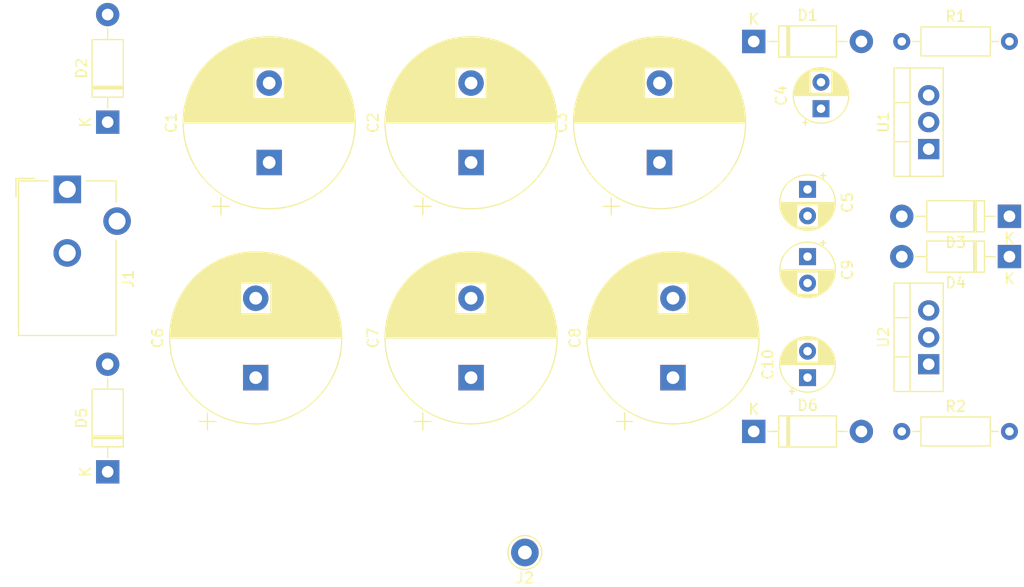
<source format=kicad_pcb>
(kicad_pcb (version 20171130) (host pcbnew "(5.1.6)-1")
  (layers (0 F.Cu signal) (31 B.Cu signal) (34 B.Paste user) (35 F.Paste user) (36 B.SilkS user) (37 F.SilkS user) (38 B.Mask user) (39 F.Mask user) (44 Edge.Cuts user))
  (net 0 "")
  (net 1 "Net-(C1-Pad1)")
  (net 2 GND)
  (net 3 -12V)
  (net 4 +12V)
  (net 5 "Net-(C6-Pad2)")
  (net 6 "Net-(D2-Pad2)")
  (module Capacitor_THT:CP_Radial_D16.0mm_P7.50mm (layer F.Cu) (at 31.75 25.4 90)
    (fp_text reference C1 (at 3.75 -9.25 90) (layer F.SilkS))
    (fp_text value 3300uF)
    (pad 1 thru_hole rect (at 0 0 90) (size 2.4 2.4) (drill 1.2) (layers *.Cu *.Mask) (net 1 "Net-(C1-Pad1)"))
    (pad 2 thru_hole circle (at 7.5 0 90) (size 2.4 2.4) (drill 1.2) (layers *.Cu *.Mask) (net 2 GND))
  )
  (module Capacitor_THT:CP_Radial_D16.0mm_P7.50mm (layer F.Cu) (at 50.8 25.4 90)
    (fp_text reference C2 (at 3.75 -9.25 90) (layer F.SilkS))
    (fp_text value 3300uF)
    (pad 2 thru_hole circle (at 7.5 0 90) (size 2.4 2.4) (drill 1.2) (layers *.Cu *.Mask) (net 2 GND))
    (pad 1 thru_hole rect (at 0 0 90) (size 2.4 2.4) (drill 1.2) (layers *.Cu *.Mask) (net 1 "Net-(C1-Pad1)"))
  )
  (module Capacitor_THT:CP_Radial_D16.0mm_P7.50mm (layer F.Cu) (at 68.58 25.4 90)
    (fp_text reference C3 (at 3.75 -9.25 90) (layer F.SilkS))
    (fp_text value 3300uF)
    (pad 1 thru_hole rect (at 0 0 90) (size 2.4 2.4) (drill 1.2) (layers *.Cu *.Mask) (net 1 "Net-(C1-Pad1)"))
    (pad 2 thru_hole circle (at 7.5 0 90) (size 2.4 2.4) (drill 1.2) (layers *.Cu *.Mask) (net 2 GND))
  )
  (module Capacitor_THT:CP_Radial_D5.0mm_P2.50mm (layer F.Cu) (at 83.82 20.32 90)
    (fp_text reference C4 (at 1.25 -3.75 90) (layer F.SilkS))
    (fp_text value 1uF)
    (pad 2 thru_hole circle (at 2.5 0 90) (size 1.6 1.6) (drill 0.8) (layers *.Cu *.Mask) (net 2 GND))
    (pad 1 thru_hole rect (at 0 0 90) (size 1.6 1.6) (drill 0.8) (layers *.Cu *.Mask) (net 1 "Net-(C1-Pad1)"))
  )
  (module Capacitor_THT:CP_Radial_D5.0mm_P2.50mm (layer F.Cu) (at 82.55 27.94 270)
    (fp_text reference C5 (at 1.25 -3.75 90) (layer F.SilkS))
    (fp_text value 1uF)
    (pad 1 thru_hole rect (at 0 0 270) (size 1.6 1.6) (drill 0.8) (layers *.Cu *.Mask) (net 4 +12V))
    (pad 2 thru_hole circle (at 2.5 0 270) (size 1.6 1.6) (drill 0.8) (layers *.Cu *.Mask) (net 2 GND))
  )
  (module Capacitor_THT:CP_Radial_D16.0mm_P7.50mm (layer F.Cu) (at 30.48 45.72 90)
    (fp_text reference C6 (at 3.75 -9.25 90) (layer F.SilkS))
    (fp_text value 3300uF)
    (pad 2 thru_hole circle (at 7.5 0 90) (size 2.4 2.4) (drill 1.2) (layers *.Cu *.Mask) (net 5 "Net-(C6-Pad2)"))
    (pad 1 thru_hole rect (at 0 0 90) (size 2.4 2.4) (drill 1.2) (layers *.Cu *.Mask) (net 2 GND))
  )
  (module Capacitor_THT:CP_Radial_D16.0mm_P7.50mm (layer F.Cu) (at 50.8 45.72 90)
    (fp_text reference C7 (at 3.75 -9.25 90) (layer F.SilkS))
    (fp_text value 3300uF)
    (pad 1 thru_hole rect (at 0 0 90) (size 2.4 2.4) (drill 1.2) (layers *.Cu *.Mask) (net 2 GND))
    (pad 2 thru_hole circle (at 7.5 0 90) (size 2.4 2.4) (drill 1.2) (layers *.Cu *.Mask) (net 5 "Net-(C6-Pad2)"))
  )
  (module Capacitor_THT:CP_Radial_D16.0mm_P7.50mm (layer F.Cu) (at 69.85 45.72 90)
    (fp_text reference C8 (at 3.75 -9.25 90) (layer F.SilkS))
    (fp_text value 3300uF)
    (pad 2 thru_hole circle (at 7.5 0 90) (size 2.4 2.4) (drill 1.2) (layers *.Cu *.Mask) (net 5 "Net-(C6-Pad2)"))
    (pad 1 thru_hole rect (at 0 0 90) (size 2.4 2.4) (drill 1.2) (layers *.Cu *.Mask) (net 2 GND))
  )
  (module Capacitor_THT:CP_Radial_D5.0mm_P2.50mm (layer F.Cu) (at 82.55 34.29 270)
    (fp_text reference C9 (at 1.25 -3.75 90) (layer F.SilkS))
    (fp_text value 1uF)
    (pad 1 thru_hole rect (at 0 0 270) (size 1.6 1.6) (drill 0.8) (layers *.Cu *.Mask) (net 2 GND))
    (pad 2 thru_hole circle (at 2.5 0 270) (size 1.6 1.6) (drill 0.8) (layers *.Cu *.Mask) (net 5 "Net-(C6-Pad2)"))
  )
  (module Capacitor_THT:CP_Radial_D5.0mm_P2.50mm (layer F.Cu) (at 82.55 45.72 90)
    (fp_text reference C10 (at 1.25 -3.75 90) (layer F.SilkS))
    (fp_text value 1uF)
    (pad 2 thru_hole circle (at 2.5 0 90) (size 1.6 1.6) (drill 0.8) (layers *.Cu *.Mask) (net 3 -12V))
    (pad 1 thru_hole rect (at 0 0 90) (size 1.6 1.6) (drill 0.8) (layers *.Cu *.Mask) (net 2 GND))
  )
  (module Diode_THT:D_DO-41_SOD81_P10.16mm_Horizontal (layer F.Cu) (at 77.47 13.97)
    (fp_text reference D1 (at 5.08 -2.47) (layer F.SilkS))
    (fp_text value 1N4004)
    (fp_text user K (at 0 -2.1) (layer F.SilkS))
    (pad 2 thru_hole oval (at 10.16 0) (size 2.2 2.2) (drill 1.1) (layers *.Cu *.Mask) (net 4 +12V))
    (pad 1 thru_hole rect (at 0 0) (size 2.2 2.2) (drill 1.1) (layers *.Cu *.Mask) (net 1 "Net-(C1-Pad1)"))
  )
  (module Diode_THT:D_DO-41_SOD81_P10.16mm_Horizontal (layer F.Cu) (at 16.51 21.59 90)
    (fp_text reference D2 (at 5.08 -2.47 90) (layer F.SilkS))
    (fp_text value 1N4004)
    (fp_text user K (at 0 -2.1 90) (layer F.SilkS))
    (pad 1 thru_hole rect (at 0 0 90) (size 2.2 2.2) (drill 1.1) (layers *.Cu *.Mask) (net 1 "Net-(C1-Pad1)"))
    (pad 2 thru_hole oval (at 10.16 0 90) (size 2.2 2.2) (drill 1.1) (layers *.Cu *.Mask) (net 6 "Net-(D2-Pad2)"))
  )
  (module Diode_THT:D_DO-41_SOD81_P10.16mm_Horizontal (layer F.Cu) (at 101.6 30.48 180)
    (fp_text reference D3 (at 5.08 -2.47) (layer F.SilkS))
    (fp_text value 1N4004)
    (fp_text user K (at 0 -2.1) (layer F.SilkS))
    (pad 1 thru_hole rect (at 0 0 180) (size 2.2 2.2) (drill 1.1) (layers *.Cu *.Mask) (net 4 +12V))
    (pad 2 thru_hole oval (at 10.16 0 180) (size 2.2 2.2) (drill 1.1) (layers *.Cu *.Mask) (net 2 GND))
  )
  (module Diode_THT:D_DO-41_SOD81_P10.16mm_Horizontal (layer F.Cu) (at 101.6 34.29 180)
    (fp_text reference D4 (at 5.08 -2.47) (layer F.SilkS))
    (fp_text value 1N4004)
    (fp_text user K (at 0 -2.1) (layer F.SilkS))
    (pad 1 thru_hole rect (at 0 0 180) (size 2.2 2.2) (drill 1.1) (layers *.Cu *.Mask) (net 3 -12V))
    (pad 2 thru_hole oval (at 10.16 0 180) (size 2.2 2.2) (drill 1.1) (layers *.Cu *.Mask) (net 5 "Net-(C6-Pad2)"))
  )
  (module Diode_THT:D_DO-41_SOD81_P10.16mm_Horizontal (layer F.Cu) (at 16.51 54.61 90)
    (fp_text reference D5 (at 5.08 -2.47 90) (layer F.SilkS))
    (fp_text value 1N4004)
    (fp_text user K (at 0 -2.1 90) (layer F.SilkS))
    (pad 2 thru_hole oval (at 10.16 0 90) (size 2.2 2.2) (drill 1.1) (layers *.Cu *.Mask) (net 5 "Net-(C6-Pad2)"))
    (pad 1 thru_hole rect (at 0 0 90) (size 2.2 2.2) (drill 1.1) (layers *.Cu *.Mask) (net 6 "Net-(D2-Pad2)"))
  )
  (module Diode_THT:D_DO-41_SOD81_P10.16mm_Horizontal (layer F.Cu) (at 77.47 50.8)
    (fp_text reference D6 (at 5.08 -2.47) (layer F.SilkS))
    (fp_text value 1N4004)
    (fp_text user K (at 0 -2.1) (layer F.SilkS))
    (pad 2 thru_hole oval (at 10.16 0) (size 2.2 2.2) (drill 1.1) (layers *.Cu *.Mask) (net 3 -12V))
    (pad 1 thru_hole rect (at 0 0) (size 2.2 2.2) (drill 1.1) (layers *.Cu *.Mask) (net 2 GND))
  )
  (module Connector_BarrelJack:BarrelJack_CUI_PJ-102AH_Horizontal (layer F.Cu) (at 12.7 27.94)
    (fp_text reference J1 (at 5.75 8.45 90) (layer F.SilkS))
    (fp_text value PJ-102AH)
    (pad 1 thru_hole rect (at 0 0) (size 2.6 2.6) (drill 1.6) (layers *.Cu *.Mask) (net 6 "Net-(D2-Pad2)"))
    (pad 2 thru_hole circle (at 0 6) (size 2.6 2.6) (drill 1.6) (layers *.Cu *.Mask) (net 2 GND))
    (pad 3 thru_hole circle (at 4.7 3) (size 2.6 2.6) (drill 1.6) (layers *.Cu *.Mask) (net 2 GND))
  )
  (module Resistor_THT:R_Axial_DIN0207_L6.3mm_D2.5mm_P10.16mm_Horizontal (layer F.Cu) (at 91.44 13.97)
    (fp_text reference R1 (at 5.08 -2.37) (layer F.SilkS))
    (fp_text value 2.4K)
    (pad 1 thru_hole circle (at 0 0) (size 1.6 1.6) (drill 0.8) (layers *.Cu *.Mask) (net 2 GND))
    (pad 2 thru_hole oval (at 10.16 0) (size 1.6 1.6) (drill 0.8) (layers *.Cu *.Mask) (net 4 +12V))
  )
  (module Resistor_THT:R_Axial_DIN0207_L6.3mm_D2.5mm_P10.16mm_Horizontal (layer F.Cu) (at 91.44 50.8)
    (fp_text reference R2 (at 5.08 -2.37) (layer F.SilkS))
    (fp_text value 2.4K)
    (pad 2 thru_hole oval (at 10.16 0) (size 1.6 1.6) (drill 0.8) (layers *.Cu *.Mask) (net 3 -12V))
    (pad 1 thru_hole circle (at 0 0) (size 1.6 1.6) (drill 0.8) (layers *.Cu *.Mask) (net 2 GND))
  )
  (module Package_TO_SOT_THT:TO-220-3_Vertical (layer F.Cu) (at 93.98 24.13 90)
    (fp_text reference U1 (at 2.54 -4.27 90) (layer F.SilkS))
    (fp_text value LM7812_TO220)
    (pad 1 thru_hole rect (at 0 0 90) (size 1.905 2) (drill 1.1) (layers *.Cu *.Mask) (net 1 "Net-(C1-Pad1)"))
    (pad 2 thru_hole oval (at 2.54 0 90) (size 1.905 2) (drill 1.1) (layers *.Cu *.Mask) (net 2 GND))
    (pad 3 thru_hole oval (at 5.08 0 90) (size 1.905 2) (drill 1.1) (layers *.Cu *.Mask) (net 4 +12V))
  )
  (module Package_TO_SOT_THT:TO-220-3_Vertical (layer F.Cu) (at 93.98 44.45 90)
    (fp_text reference U2 (at 2.54 -4.27 90) (layer F.SilkS))
    (fp_text value LM7912_TO220)
    (pad 3 thru_hole oval (at 5.08 0 90) (size 1.905 2) (drill 1.1) (layers *.Cu *.Mask) (net 3 -12V))
    (pad 2 thru_hole oval (at 2.54 0 90) (size 1.905 2) (drill 1.1) (layers *.Cu *.Mask) (net 5 "Net-(C6-Pad2)"))
    (pad 1 thru_hole rect (at 0 0 90) (size 1.905 2) (drill 1.1) (layers *.Cu *.Mask) (net 2 GND))
  )
  (module Connector_Pin:Pin_D1.3mm_L11.0mm (layer F.Cu) (at 55.88 62.23)
    (fp_text reference J2 (at 0 2.4) (layer F.SilkS))
    (fp_text value Conn_01x01_Male)
    (pad 1 thru_hole circle (at 0 0) (size 2.6 2.6) (drill 1.3) (layers *.Cu *.Mask) (net 4 +12V))
  )
)
</source>
